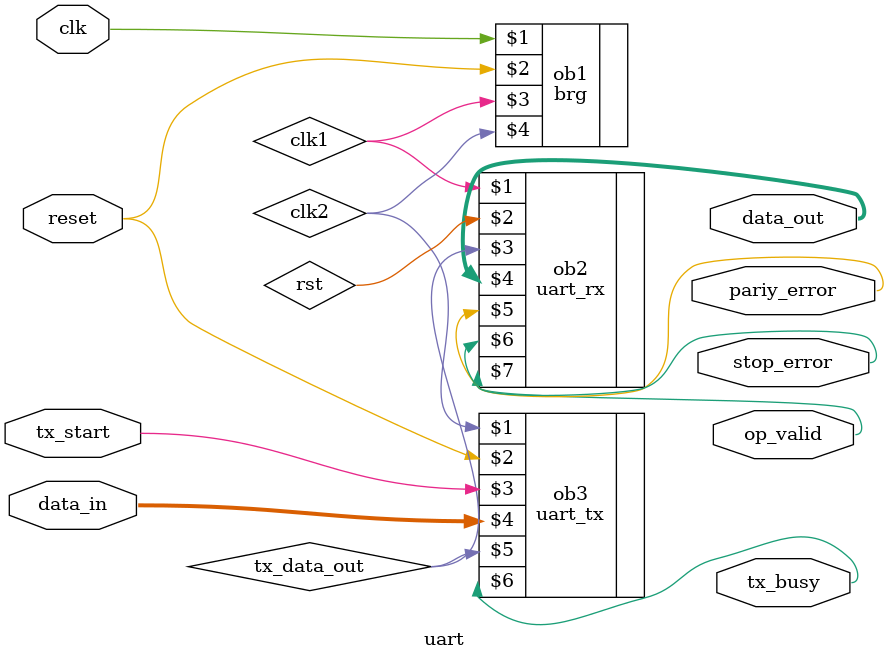
<source format=v>
`timescale 1ns / 1ps


`include "uart_tx.v"
`include "uart_rx.v"
`include "brg.v"

module uart(
    input clk,
    input reset,
    input tx_start,
    input [7:0] data_in,
    output tx_busy,
    output [7:0] data_out,
    output pariy_error,
    output stop_error,
    output op_valid );

    wire tx_data_out, clk1, clk2;

    brg ob1(clk,reset,clk1, clk2);
    uart_rx ob2(clk1, rst, tx_data_out, data_out, pariy_error, stop_error, op_valid);
    uart_tx ob3(clk2, reset, tx_start,data_in, tx_data_out, tx_busy);

endmodule

</source>
